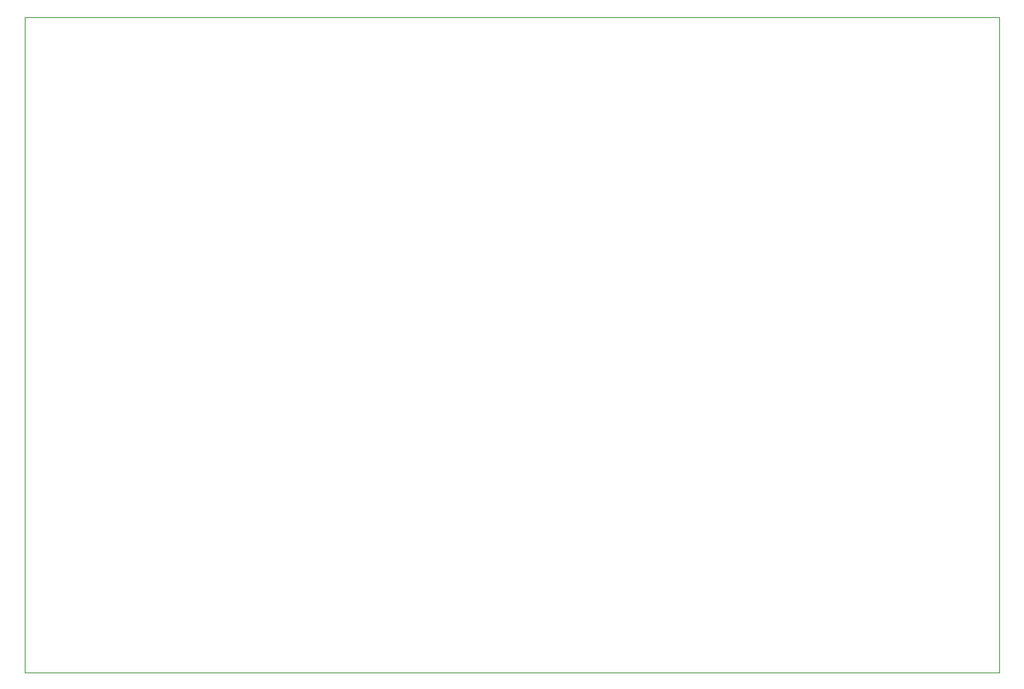
<source format=gbr>
%TF.GenerationSoftware,KiCad,Pcbnew,(5.1.9)-1*%
%TF.CreationDate,2021-04-19T10:41:21+09:00*%
%TF.ProjectId,Air_Pollution_Sensor,4169725f-506f-46c6-9c75-74696f6e5f53,rev?*%
%TF.SameCoordinates,Original*%
%TF.FileFunction,Profile,NP*%
%FSLAX46Y46*%
G04 Gerber Fmt 4.6, Leading zero omitted, Abs format (unit mm)*
G04 Created by KiCad (PCBNEW (5.1.9)-1) date 2021-04-19 10:41:21*
%MOMM*%
%LPD*%
G01*
G04 APERTURE LIST*
%TA.AperFunction,Profile*%
%ADD10C,0.100000*%
%TD*%
%TA.AperFunction,Profile*%
%ADD11C,0.050000*%
%TD*%
G04 APERTURE END LIST*
D10*
X98687200Y-143688800D02*
X208687200Y-143688800D01*
D11*
X98687200Y-69688800D02*
X98687200Y-143688800D01*
D10*
X98687200Y-69688800D02*
X208687200Y-69688800D01*
X208687200Y-69688800D02*
X208687200Y-143688800D01*
M02*

</source>
